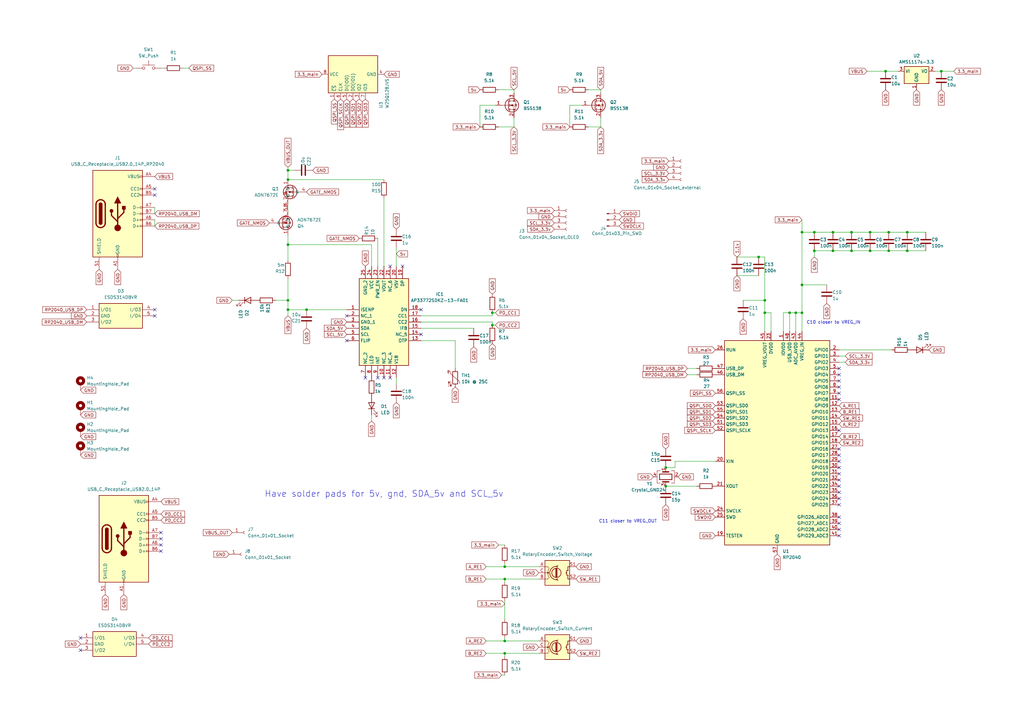
<source format=kicad_sch>
(kicad_sch (version 20231120) (generator "eeschema") (generator_version "8.0")
  (paper "A3")
  (lib_symbols
    (symbol "AON7262E_1"
      (property "Reference" "Q4" (at 5.08 -1.2701 0))
      (property "Value" "AON7672E" (at 5.08 1.2699 0))
      (symbol "AON7262E_1_1_1"
        (pin passive line (at 1.27 -5.08 90) (length 2.54) (name "S") (number "1"))
        (pin input line (at -6.35 0 0) (length 2.54) (name "G") (number "4"))
        (pin passive line (at 1.27 5.08 270) (length 2.54) (name "D") (number "5_6_7_8"))
      )
    )
    (symbol "Connector:Conn_01x01_Socket" (pin_names (offset 1.016) hide)
      (property "Reference" "J" (at 0 2.54 0))
      (property "Value" "Conn_01x01_Socket" (at 0 -2.54 0))
      (symbol "Conn_01x01_Socket_1_1"
        (pin passive line (at -5.08 0 0) (length 3.81) (name "Pin_1") (number "1"))
      )
    )
    (symbol "Connector:Conn_01x03_Pin" (pin_names (offset 1.016) hide)
      (property "Reference" "J" (at 0 5.08 0))
      (property "Value" "Conn_01x03_Pin" (at 0 -5.08 0))
      (symbol "Conn_01x03_Pin_1_1"
        (pin passive line (at 5.08 2.54 180) (length 3.81) (name "Pin_1") (number "1"))
        (pin passive line (at 5.08 0 180) (length 3.81) (name "Pin_2") (number "2"))
        (pin passive line (at 5.08 -2.54 180) (length 3.81) (name "Pin_3") (number "3"))
      )
    )
    (symbol "Connector:Conn_01x04_Socket" (pin_names (offset 1.016) hide)
      (property "Reference" "J" (at 0 5.08 0))
      (property "Value" "Conn_01x04_Socket" (at 0 -7.62 0))
      (symbol "Conn_01x04_Socket_1_1"
        (pin passive line (at -5.08 2.54 0) (length 3.81) (name "Pin_1") (number "1"))
        (pin passive line (at -5.08 0 0) (length 3.81) (name "Pin_2") (number "2"))
        (pin passive line (at -5.08 -2.54 0) (length 3.81) (name "Pin_3") (number "3"))
        (pin passive line (at -5.08 -5.08 0) (length 3.81) (name "Pin_4") (number "4"))
      )
    )
    (symbol "Connector:USB_C_Receptacle_USB2.0_14P" (pin_names (offset 1.016))
      (property "Reference" "J" (at 0 22.225 0))
      (property "Value" "USB_C_Receptacle_USB2.0_14P" (at 0 19.685 0))
      (symbol "USB_C_Receptacle_USB2.0_14P_1_1"
        (pin passive line (at 0 -22.86 90) (length 5.08) (name "GND") (number "A1"))
        (pin passive line (at 0 -22.86 90) (length 5.08) hide (name "GND") (number "A12"))
        (pin passive line (at 15.24 15.24 180) (length 5.08) (name "VBUS") (number "A4"))
        (pin bidirectional line (at 15.24 10.16 180) (length 5.08) (name "CC1") (number "A5"))
        (pin bidirectional line (at 15.24 -2.54 180) (length 5.08) (name "D+") (number "A6"))
        (pin bidirectional line (at 15.24 2.54 180) (length 5.08) (name "D-") (number "A7"))
        (pin passive line (at 15.24 15.24 180) (length 5.08) hide (name "VBUS") (number "A9"))
        (pin passive line (at 0 -22.86 90) (length 5.08) hide (name "GND") (number "B1"))
        (pin passive line (at 0 -22.86 90) (length 5.08) hide (name "GND") (number "B12"))
        (pin passive line (at 15.24 15.24 180) (length 5.08) hide (name "VBUS") (number "B4"))
        (pin bidirectional line (at 15.24 7.62 180) (length 5.08) (name "CC2") (number "B5"))
        (pin bidirectional line (at 15.24 -5.08 180) (length 5.08) (name "D+") (number "B6"))
        (pin bidirectional line (at 15.24 0 180) (length 5.08) (name "D-") (number "B7"))
        (pin passive line (at 15.24 15.24 180) (length 5.08) hide (name "VBUS") (number "B9"))
        (pin passive line (at -7.62 -22.86 90) (length 5.08) (name "SHIELD") (number "S1"))
      )
    )
    (symbol "Device:C" (pin_numbers hide) (pin_names (offset 0.254))
      (property "Reference" "C" (at 0.635 2.54 0))
      (property "Value" "C" (at 0.635 -2.54 0))
      (symbol "C_1_1"
        (pin passive line (at 0 3.81 270) (length 2.794) (name "~") (number "1"))
        (pin passive line (at 0 -3.81 90) (length 2.794) (name "~") (number "2"))
      )
    )
    (symbol "Device:Crystal_GND24" (pin_names (offset 1.016) hide)
      (property "Reference" "Y" (at 3.175 5.08 0))
      (property "Value" "Crystal_GND24" (at 3.175 3.175 0))
      (symbol "Crystal_GND24_1_1"
        (pin passive line (at -3.81 0 0) (length 1.27) (name "1") (number "1"))
        (pin passive line (at 0 5.08 270) (length 1.27) (name "2") (number "2"))
        (pin passive line (at 3.81 0 180) (length 1.27) (name "3") (number "3"))
        (pin passive line (at 0 -5.08 90) (length 1.27) (name "4") (number "4"))
      )
    )
    (symbol "Device:LED" (pin_numbers hide) (pin_names (offset 1.016) hide)
      (property "Reference" "D" (at 0 2.54 0))
      (property "Value" "LED" (at 0 -2.54 0))
      (symbol "LED_1_1"
        (pin passive line (at -3.81 0 0) (length 2.54) (name "K") (number "1"))
        (pin passive line (at 3.81 0 180) (length 2.54) (name "A") (number "2"))
      )
    )
    (symbol "Device:R" (pin_numbers hide) (pin_names (offset 0))
      (property "Reference" "R" (at 2.032 0 90))
      (property "Value" "R" (at 0 0 90))
      (symbol "R_1_1"
        (pin passive line (at 0 3.81 270) (length 1.27) (name "~") (number "1"))
        (pin passive line (at 0 -3.81 90) (length 1.27) (name "~") (number "2"))
      )
    )
    (symbol "Device:RotaryEncoder_Switch" (pin_names (offset 0.254) hide)
      (property "Reference" "SW" (at 0 6.604 0))
      (property "Value" "RotaryEncoder_Switch" (at 0 -6.604 0))
      (symbol "RotaryEncoder_Switch_1_1"
        (pin passive line (at -7.62 2.54 0) (length 2.54) (name "A") (number "A"))
        (pin passive line (at -7.62 -2.54 0) (length 2.54) (name "B") (number "B"))
        (pin passive line (at -7.62 0 0) (length 2.54) (name "C") (number "C"))
        (pin passive line (at 7.62 2.54 180) (length 2.54) (name "S1") (number "S1"))
        (pin passive line (at 7.62 -2.54 180) (length 2.54) (name "S2") (number "S2"))
      )
    )
    (symbol "Device:Thermistor_NTC" (pin_numbers hide) (pin_names (offset 0))
      (property "Reference" "TH" (at -4.445 0 90))
      (property "Value" "Thermistor_NTC" (at 3.175 0 90))
      (symbol "Thermistor_NTC_1_1"
        (pin passive line (at 0 3.81 270) (length 1.27) (name "~") (number "1"))
        (pin passive line (at 0 -3.81 90) (length 1.27) (name "~") (number "2"))
      )
    )
    (symbol "Interface_USB:AP33772SDKZ-13-FA01"
      (property "Reference" "IC" (at 26.67 17.78 0))
      (property "Value" "AP33772SDKZ-13-FA01" (at 26.67 15.24 0))
      (symbol "AP33772SDKZ-13-FA01_1_1"
        (pin passive line (at 0 0 0) (length 5.08) (name "ISENP") (number "1"))
        (pin passive line (at 15.24 -27.94 90) (length 5.08) (name "NC_3") (number "10"))
        (pin passive line (at 17.78 -27.94 90) (length 5.08) (name "NC_4") (number "11"))
        (pin passive line (at 20.32 -27.94 90) (length 5.08) (name "V18") (number "12"))
        (pin passive line (at 30.48 -12.7 180) (length 5.08) (name "OTP") (number "13"))
        (pin passive line (at 30.48 -10.16 180) (length 5.08) (name "NC_5") (number "14"))
        (pin passive line (at 30.48 -7.62 180) (length 5.08) (name "IFB") (number "15"))
        (pin passive line (at 30.48 -5.08 180) (length 5.08) (name "CC2") (number "16"))
        (pin passive line (at 30.48 -2.54 180) (length 5.08) (name "CC1") (number "17"))
        (pin passive line (at 30.48 0 180) (length 5.08) (name "DN") (number "18"))
        (pin passive line (at 22.86 17.78 270) (length 5.08) (name "DP") (number "19"))
        (pin passive line (at 0 -2.54 0) (length 5.08) (name "NC_1") (number "2"))
        (pin passive line (at 20.32 17.78 270) (length 5.08) (name "V5V") (number "20"))
        (pin passive line (at 17.78 17.78 270) (length 5.08) (name "NC_6") (number "21"))
        (pin passive line (at 15.24 17.78 270) (length 5.08) (name "VOUT") (number "22"))
        (pin passive line (at 12.7 17.78 270) (length 5.08) (name "PWR_EN") (number "23"))
        (pin passive line (at 10.16 17.78 270) (length 5.08) (name "VCC") (number "24"))
        (pin passive line (at 7.62 17.78 270) (length 5.08) (name "GND_2") (number "25"))
        (pin passive line (at 0 -5.08 0) (length 5.08) (name "GND_1") (number "3"))
        (pin passive line (at 0 -7.62 0) (length 5.08) (name "SDA") (number "4"))
        (pin passive line (at 0 -10.16 0) (length 5.08) (name "SCL") (number "5"))
        (pin passive line (at 0 -12.7 0) (length 5.08) (name "FLIP") (number "6"))
        (pin passive line (at 7.62 -27.94 90) (length 5.08) (name "NC_2") (number "7"))
        (pin passive line (at 10.16 -27.94 90) (length 5.08) (name "LED") (number "8"))
        (pin passive line (at 12.7 -27.94 90) (length 5.08) (name "INT") (number "9"))
      )
    )
    (symbol "MCU_RaspberryPi:RP2040"
      (property "Reference" "U" (at 17.78 45.72 0))
      (property "Value" "RP2040" (at 17.78 43.18 0))
      (symbol "RP2040_1_1"
        (pin power_in line (at 2.54 45.72 270) (length 3.81) (name "IOVDD") (number "1"))
        (pin passive line (at 2.54 45.72 270) (length 3.81) hide (name "IOVDD") (number "10"))
        (pin bidirectional line (at 25.4 17.78 180) (length 3.81) (name "GPIO8") (number "11"))
        (pin bidirectional line (at 25.4 15.24 180) (length 3.81) (name "GPIO9") (number "12"))
        (pin bidirectional line (at 25.4 12.7 180) (length 3.81) (name "GPIO10") (number "13"))
        (pin bidirectional line (at 25.4 10.16 180) (length 3.81) (name "GPIO11") (number "14"))
        (pin bidirectional line (at 25.4 7.62 180) (length 3.81) (name "GPIO12") (number "15"))
        (pin bidirectional line (at 25.4 5.08 180) (length 3.81) (name "GPIO13") (number "16"))
        (pin bidirectional line (at 25.4 2.54 180) (length 3.81) (name "GPIO14") (number "17"))
        (pin bidirectional line (at 25.4 0 180) (length 3.81) (name "GPIO15") (number "18"))
        (pin input line (at -25.4 -38.1 0) (length 3.81) (name "TESTEN") (number "19"))
        (pin bidirectional line (at 25.4 38.1 180) (length 3.81) (name "GPIO0") (number "2"))
        (pin input line (at -25.4 -7.62 0) (length 3.81) (name "XIN") (number "20"))
        (pin passive line (at -25.4 -17.78 0) (length 3.81) (name "XOUT") (number "21"))
        (pin passive line (at 2.54 45.72 270) (length 3.81) hide (name "IOVDD") (number "22"))
        (pin power_in line (at -2.54 45.72 270) (length 3.81) (name "DVDD") (number "23"))
        (pin input line (at -25.4 -27.94 0) (length 3.81) (name "SWCLK") (number "24"))
        (pin bidirectional line (at -25.4 -30.48 0) (length 3.81) (name "SWD") (number "25"))
        (pin input line (at -25.4 38.1 0) (length 3.81) (name "RUN") (number "26"))
        (pin bidirectional line (at 25.4 -2.54 180) (length 3.81) (name "GPIO16") (number "27"))
        (pin bidirectional line (at 25.4 -5.08 180) (length 3.81) (name "GPIO17") (number "28"))
        (pin bidirectional line (at 25.4 -7.62 180) (length 3.81) (name "GPIO18") (number "29"))
        (pin bidirectional line (at 25.4 35.56 180) (length 3.81) (name "GPIO1") (number "3"))
        (pin bidirectional line (at 25.4 -10.16 180) (length 3.81) (name "GPIO19") (number "30"))
        (pin bidirectional line (at 25.4 -12.7 180) (length 3.81) (name "GPIO20") (number "31"))
        (pin bidirectional line (at 25.4 -15.24 180) (length 3.81) (name "GPIO21") (number "32"))
        (pin passive line (at 2.54 45.72 270) (length 3.81) hide (name "IOVDD") (number "33"))
        (pin bidirectional line (at 25.4 -17.78 180) (length 3.81) (name "GPIO22") (number "34"))
        (pin bidirectional line (at 25.4 -20.32 180) (length 3.81) (name "GPIO23") (number "35"))
        (pin bidirectional line (at 25.4 -22.86 180) (length 3.81) (name "GPIO24") (number "36"))
        (pin bidirectional line (at 25.4 -25.4 180) (length 3.81) (name "GPIO25") (number "37"))
        (pin bidirectional line (at 25.4 -30.48 180) (length 3.81) (name "GPIO26_ADC0") (number "38"))
        (pin bidirectional line (at 25.4 -33.02 180) (length 3.81) (name "GPIO27_ADC1") (number "39"))
        (pin bidirectional line (at 25.4 33.02 180) (length 3.81) (name "GPIO2") (number "4"))
        (pin bidirectional line (at 25.4 -35.56 180) (length 3.81) (name "GPIO28_ADC2") (number "40"))
        (pin bidirectional line (at 25.4 -38.1 180) (length 3.81) (name "GPIO29_ADC3") (number "41"))
        (pin passive line (at 2.54 45.72 270) (length 3.81) hide (name "IOVDD") (number "42"))
        (pin power_in line (at 7.62 45.72 270) (length 3.81) (name "ADC_AVDD") (number "43"))
        (pin power_in line (at 10.16 45.72 270) (length 3.81) (name "VREG_IN") (number "44"))
        (pin power_out line (at -5.08 45.72 270) (length 3.81) (name "VREG_VOUT") (number "45"))
        (pin bidirectional line (at -25.4 27.94 0) (length 3.81) (name "USB_DM") (number "46"))
        (pin bidirectional line (at -25.4 30.48 0) (length 3.81) (name "USB_DP") (number "47"))
        (pin power_in line (at 5.08 45.72 270) (length 3.81) (name "USB_VDD") (number "48"))
        (pin passive line (at 2.54 45.72 270) (length 3.81) hide (name "IOVDD") (number "49"))
        (pin bidirectional line (at 25.4 30.48 180) (length 3.81) (name "GPIO3") (number "5"))
        (pin passive line (at -2.54 45.72 270) (length 3.81) hide (name "DVDD") (number "50"))
        (pin bidirectional line (at -25.4 7.62 0) (length 3.81) (name "QSPI_SD3") (number "51"))
        (pin output line (at -25.4 5.08 0) (length 3.81) (name "QSPI_SCLK") (number "52"))
        (pin bidirectional line (at -25.4 15.24 0) (length 3.81) (name "QSPI_SD0") (number "53"))
        (pin bidirectional line (at -25.4 10.16 0) (length 3.81) (name "QSPI_SD2") (number "54"))
        (pin bidirectional line (at -25.4 12.7 0) (length 3.81) (name "QSPI_SD1") (number "55"))
        (pin bidirectional line (at -25.4 20.32 0) (length 3.81) (name "QSPI_SS") (number "56"))
        (pin power_in line (at 0 -45.72 90) (length 3.81) (name "GND") (number "57"))
        (pin bidirectional line (at 25.4 27.94 180) (length 3.81) (name "GPIO4") (number "6"))
        (pin bidirectional line (at 25.4 25.4 180) (length 3.81) (name "GPIO5") (number "7"))
        (pin bidirectional line (at 25.4 22.86 180) (length 3.81) (name "GPIO6") (number "8"))
        (pin bidirectional line (at 25.4 20.32 180) (length 3.81) (name "GPIO7") (number "9"))
      )
    )
    (symbol "Mechanical:MountingHole_Pad" (pin_numbers hide) (pin_names (offset 1.016) hide) (exclude_from_sim yes) (in_bom no)
      (property "Reference" "H" (at 0 6.35 0))
      (property "Value" "MountingHole_Pad" (at 0 4.445 0))
      (symbol "MountingHole_Pad_1_1"
        (pin input line (at 0 -2.54 90) (length 2.54) (name "1") (number "1"))
      )
    )
    (symbol "Memory_Flash:W25Q128JVS"
      (property "Reference" "U" (at -6.35 11.43 0))
      (property "Value" "W25Q128JVS" (at 7.62 11.43 0))
      (symbol "W25Q128JVS_1_1"
        (pin input line (at -10.16 7.62 0) (length 2.54) (name "~{CS}") (number "1"))
        (pin bidirectional line (at -10.16 0 0) (length 2.54) (name "DO(IO1)") (number "2"))
        (pin bidirectional line (at -10.16 -2.54 0) (length 2.54) (name "IO2") (number "3"))
        (pin power_in line (at 0 -12.7 90) (length 2.54) (name "GND") (number "4"))
        (pin bidirectional line (at -10.16 2.54 0) (length 2.54) (name "DI(IO0)") (number "5"))
        (pin input line (at -10.16 5.08 0) (length 2.54) (name "CLK") (number "6"))
        (pin bidirectional line (at -10.16 -5.08 0) (length 2.54) (name "IO3") (number "7"))
        (pin power_in line (at 0 12.7 270) (length 2.54) (name "VCC") (number "8"))
      )
    )
    (symbol "Power_Protection:ESDS314DBVR"
      (property "Reference" "D" (at 24.13 7.62 0))
      (property "Value" "ESDS314DBVR" (at 24.13 5.08 0))
      (symbol "ESDS314DBVR_1_1"
        (pin passive line (at 0 0 0) (length 5.08) (name "I/O1") (number "1"))
        (pin passive line (at 0 -2.54 0) (length 5.08) (name "GND") (number "2"))
        (pin passive line (at 0 -5.08 0) (length 5.08) (name "I/O2") (number "3"))
        (pin passive line (at 27.94 0 180) (length 5.08) (name "I/O3") (number "4"))
        (pin passive line (at 27.94 -2.54 180) (length 5.08) (name "I/O4") (number "5"))
      )
    )
    (symbol "Regulator_Linear:AMS1117-3.3"
      (property "Reference" "U" (at -3.81 3.175 0))
      (property "Value" "AMS1117-3.3" (at 0 3.175 0))
      (symbol "AMS1117-3.3_1_1"
        (pin power_in line (at 0 -7.62 90) (length 2.54) (name "GND") (number "1"))
        (pin power_out line (at 7.62 0 180) (length 2.54) (name "VO") (number "2"))
        (pin power_in line (at -7.62 0 0) (length 2.54) (name "VI") (number "3"))
      )
    )
    (symbol "Switch:SW_Push" (pin_numbers hide) (pin_names (offset 1.016) hide)
      (property "Reference" "SW" (at 1.27 2.54 0))
      (property "Value" "SW_Push" (at 0 -1.524 0))
      (symbol "SW_Push_0_1"
        (pin passive line (at -5.08 0 0) (length 2.54) (name "1") (number "1"))
        (pin passive line (at 5.08 0 180) (length 2.54) (name "2") (number "2"))
      )
    )
    (symbol "Transistor_FET:AON7262E"
      (property "Reference" "Q3" (at 5.08 -1.2701 0))
      (property "Value" "AON7672E" (at 5.08 1.2699 0))
      (symbol "AON7262E_1_1"
        (pin passive line (at 1.27 -5.08 90) (length 2.54) (name "S") (number "1"))
        (pin input line (at -6.35 0 0) (length 2.54) (name "G") (number "4"))
        (pin passive line (at 1.27 5.08 270) (length 2.54) (name "D") (number "5_6_7_8"))
      )
    )
    (symbol "Transistor_FET:BSS138" (pin_names hide)
      (property "Reference" "Q" (at 5.08 1.905 0))
      (property "Value" "BSS138" (at 5.08 0 0))
      (symbol "BSS138_1_1"
        (pin input line (at -5.08 0 0) (length 2.54) (name "G") (number "1"))
        (pin passive line (at 2.54 -5.08 90) (length 2.54) (name "S") (number "2"))
        (pin passive line (at 2.54 5.08 270) (length 2.54) (name "D") (number "3"))
      )
    )
  )
  (junction (at 356.87 102.87))
  (junction (at 118.11 127))
  (junction (at 364.49 102.87))
  (junction (at 313.69 123.19))
  (junction (at 334.01 102.87))
  (junction (at 118.11 100.33))
  (junction (at 356.87 95.25))
  (junction (at 349.25 102.87))
  (junction (at 313.69 128.27))
  (junction (at 386.08 29.21))
  (junction (at 273.05 191.77))
  (junction (at 207.01 237.49))
  (junction (at 118.11 73.66))
  (junction (at 372.11 102.87))
  (junction (at 311.15 105.41))
  (junction (at 207.01 232.41))
  (junction (at 363.22 29.21))
  (junction (at 372.11 95.25))
  (junction (at 341.63 102.87))
  (junction (at 125.73 127))
  (junction (at 341.63 95.25))
  (junction (at 323.85 128.27))
  (junction (at 328.93 95.25))
  (junction (at 328.93 128.27))
  (junction (at 328.93 116.84))
  (junction (at 334.01 95.25))
  (junction (at 118.11 123.19))
  (junction (at 326.39 128.27))
  (junction (at 364.49 95.25))
  (junction (at 273.05 199.39))
  (junction (at 207.01 262.89))
  (junction (at 207.01 267.97))
  (junction (at 201.93 128.27))
  (junction (at 118.11 69.85))
  (junction (at 201.93 133.35))
  (junction (at 349.25 95.25))
  (no_connect (at 172.72 137.16))
  (no_connect (at 344.17 201.93))
  (no_connect (at 344.17 153.67))
  (no_connect (at 172.72 127))
  (no_connect (at 344.17 194.31))
  (no_connect (at 33.02 261.62))
  (no_connect (at 344.17 156.21))
  (no_connect (at 157.48 154.94))
  (no_connect (at 344.17 212.09))
  (no_connect (at 344.17 217.17))
  (no_connect (at 344.17 196.85))
  (no_connect (at 344.17 184.15))
  (no_connect (at 66.04 226.06))
  (no_connect (at 344.17 199.39))
  (no_connect (at 142.24 129.54))
  (no_connect (at 344.17 214.63))
  (no_connect (at 66.04 223.52))
  (no_connect (at 344.17 207.01))
  (no_connect (at 154.94 154.94))
  (no_connect (at 160.02 154.94))
  (no_connect (at 344.17 151.13))
  (no_connect (at 63.5 129.54))
  (no_connect (at 142.24 139.7))
  (no_connect (at 344.17 219.71))
  (no_connect (at 149.86 154.94))
  (no_connect (at 165.1 109.22))
  (no_connect (at 344.17 204.47))
  (no_connect (at 344.17 158.75))
  (no_connect (at 344.17 163.83))
  (no_connect (at 344.17 161.29))
  (no_connect (at 344.17 176.53))
  (no_connect (at 63.5 127))
  (no_connect (at 63.5 77.47))
  (no_connect (at 344.17 191.77))
  (no_connect (at 63.5 80.01))
  (no_connect (at 66.04 220.98))
  (no_connect (at 344.17 186.69))
  (no_connect (at 344.17 189.23))
  (no_connect (at 66.04 218.44))
  (no_connect (at 33.02 266.7))
  (no_connect (at 160.02 109.22))
  (wire (pts (xy 63.5 90.17) (xy 63.5 92.71)))
  (wire (pts (xy 118.11 100.33) (xy 118.11 106.68)))
  (wire (pts (xy 313.69 123.19) (xy 313.69 128.27)))
  (wire (pts (xy 201.93 128.27) (xy 201.93 129.54)))
  (wire (pts (xy 207.01 261.62) (xy 207.01 262.89)))
  (wire (pts (xy 207.01 231.14) (xy 207.01 232.41)))
  (wire (pts (xy 152.4 100.33) (xy 118.11 100.33)))
  (wire (pts (xy 356.87 102.87) (xy 364.49 102.87)))
  (wire (pts (xy 199.39 267.97) (xy 207.01 267.97)))
  (wire (pts (xy 363.22 29.21) (xy 368.3 29.21)))
  (wire (pts (xy 199.39 232.41) (xy 207.01 232.41)))
  (wire (pts (xy 328.93 116.84) (xy 339.09 116.84)))
  (wire (pts (xy 364.49 95.25) (xy 372.11 95.25)))
  (wire (pts (xy 118.11 114.3) (xy 118.11 123.19)))
  (wire (pts (xy 273.05 199.39) (xy 285.75 199.39)))
  (wire (pts (xy 323.85 128.27) (xy 323.85 135.89)))
  (wire (pts (xy 172.72 139.7) (xy 186.69 139.7)))
  (wire (pts (xy 281.94 153.67) (xy 285.75 153.67)))
  (wire (pts (xy 281.94 151.13) (xy 285.75 151.13)))
  (wire (pts (xy 364.49 102.87) (xy 372.11 102.87)))
  (wire (pts (xy 172.72 134.62) (xy 194.31 134.62)))
  (wire (pts (xy 276.86 189.23) (xy 276.86 191.77)))
  (wire (pts (xy 204.47 36.83) (xy 210.82 36.83)))
  (wire (pts (xy 118.11 69.85) (xy 120.65 69.85)))
  (wire (pts (xy 152.4 170.18) (xy 152.4 172.72)))
  (wire (pts (xy 157.48 81.28) (xy 157.48 109.22)))
  (wire (pts (xy 276.86 191.77) (xy 273.05 191.77)))
  (wire (pts (xy 201.93 133.35) (xy 203.2 133.35)))
  (wire (pts (xy 326.39 128.27) (xy 328.93 128.27)))
  (wire (pts (xy 246.38 36.83) (xy 246.38 38.1)))
  (wire (pts (xy 302.26 113.03) (xy 311.15 113.03)))
  (wire (pts (xy 346.71 146.05) (xy 344.17 146.05)))
  (wire (pts (xy 391.16 29.21) (xy 386.08 29.21)))
  (wire (pts (xy 293.37 189.23) (xy 276.86 189.23)))
  (wire (pts (xy 199.39 262.89) (xy 207.01 262.89)))
  (wire (pts (xy 207.01 267.97) (xy 220.98 267.97)))
  (wire (pts (xy 205.74 276.86) (xy 207.01 276.86)))
  (wire (pts (xy 207.01 246.38) (xy 207.01 254)))
  (wire (pts (xy 118.11 123.19) (xy 118.11 127)))
  (wire (pts (xy 204.47 223.52) (xy 207.01 223.52)))
  (wire (pts (xy 328.93 90.17) (xy 328.93 95.25)))
  (wire (pts (xy 349.25 102.87) (xy 356.87 102.87)))
  (wire (pts (xy 311.15 105.41) (xy 313.69 105.41)))
  (wire (pts (xy 386.08 29.21) (xy 383.54 29.21)))
  (wire (pts (xy 316.23 128.27) (xy 316.23 135.89)))
  (wire (pts (xy 344.17 143.51) (xy 365.76 143.51)))
  (wire (pts (xy 95.25 123.19) (xy 97.79 123.19)))
  (wire (pts (xy 246.38 48.26) (xy 246.38 52.07)))
  (wire (pts (xy 313.69 135.89) (xy 313.69 128.27)))
  (wire (pts (xy 54.61 27.94) (xy 55.88 27.94)))
  (wire (pts (xy 118.11 83.82) (xy 118.11 86.36)))
  (wire (pts (xy 201.93 133.35) (xy 201.93 132.08)))
  (wire (pts (xy 328.93 116.84) (xy 328.93 95.25)))
  (wire (pts (xy 233.68 43.18) (xy 233.68 52.07)))
  (wire (pts (xy 204.47 52.07) (xy 210.82 52.07)))
  (wire (pts (xy 328.93 128.27) (xy 328.93 116.84)))
  (wire (pts (xy 201.93 129.54) (xy 172.72 129.54)))
  (wire (pts (xy 334.01 95.25) (xy 341.63 95.25)))
  (wire (pts (xy 118.11 127) (xy 118.11 129.54)))
  (wire (pts (xy 207.01 262.89) (xy 220.98 262.89)))
  (wire (pts (xy 152.4 109.22) (xy 152.4 100.33)))
  (wire (pts (xy 372.11 102.87) (xy 379.73 102.87)))
  (wire (pts (xy 238.76 43.18) (xy 233.68 43.18)))
  (wire (pts (xy 67.31 27.94) (xy 66.04 27.94)))
  (wire (pts (xy 186.69 139.7) (xy 186.69 151.13)))
  (wire (pts (xy 313.69 128.27) (xy 316.23 128.27)))
  (wire (pts (xy 241.3 52.07) (xy 246.38 52.07)))
  (wire (pts (xy 196.85 43.18) (xy 196.85 52.07)))
  (wire (pts (xy 241.3 36.83) (xy 246.38 36.83)))
  (wire (pts (xy 302.26 105.41) (xy 311.15 105.41)))
  (wire (pts (xy 118.11 96.52) (xy 118.11 100.33)))
  (wire (pts (xy 210.82 48.26) (xy 210.82 52.07)))
  (wire (pts (xy 326.39 128.27) (xy 323.85 128.27)))
  (wire (pts (xy 162.56 154.94) (xy 162.56 157.48)))
  (wire (pts (xy 63.5 85.09) (xy 63.5 87.63)))
  (wire (pts (xy 201.93 132.08) (xy 172.72 132.08)))
  (wire (pts (xy 346.71 148.59) (xy 344.17 148.59)))
  (wire (pts (xy 326.39 128.27) (xy 326.39 135.89)))
  (wire (pts (xy 321.31 128.27) (xy 323.85 128.27)))
  (wire (pts (xy 328.93 95.25) (xy 334.01 95.25)))
  (wire (pts (xy 162.56 101.6) (xy 162.56 109.22)))
  (wire (pts (xy 118.11 127) (xy 125.73 127)))
  (wire (pts (xy 207.01 267.97) (xy 207.01 269.24)))
  (wire (pts (xy 157.48 73.66) (xy 118.11 73.66)))
  (wire (pts (xy 199.39 237.49) (xy 207.01 237.49)))
  (wire (pts (xy 203.2 43.18) (xy 196.85 43.18)))
  (wire (pts (xy 313.69 105.41) (xy 313.69 123.19)))
  (wire (pts (xy 355.6 29.21) (xy 363.22 29.21)))
  (wire (pts (xy 349.25 95.25) (xy 356.87 95.25)))
  (wire (pts (xy 118.11 68.58) (xy 118.11 69.85)))
  (wire (pts (xy 341.63 95.25) (xy 349.25 95.25)))
  (wire (pts (xy 125.73 127) (xy 142.24 127)))
  (wire (pts (xy 372.11 95.25) (xy 379.73 95.25)))
  (wire (pts (xy 210.82 36.83) (xy 210.82 38.1)))
  (wire (pts (xy 207.01 232.41) (xy 220.98 232.41)))
  (wire (pts (xy 77.47 27.94) (xy 74.93 27.94)))
  (wire (pts (xy 341.63 102.87) (xy 349.25 102.87)))
  (wire (pts (xy 334.01 102.87) (xy 341.63 102.87)))
  (wire (pts (xy 334.01 102.87) (xy 334.01 105.41)))
  (wire (pts (xy 328.93 128.27) (xy 328.93 135.89)))
  (wire (pts (xy 321.31 135.89) (xy 321.31 128.27)))
  (wire (pts (xy 304.8 123.19) (xy 313.69 123.19)))
  (wire (pts (xy 118.11 69.85) (xy 118.11 73.66)))
  (wire (pts (xy 356.87 95.25) (xy 364.49 95.25)))
  (wire (pts (xy 154.94 97.79) (xy 154.94 109.22)))
  (wire (pts (xy 203.2 128.27) (xy 201.93 128.27)))
  (wire (pts (xy 207.01 237.49) (xy 207.01 238.76)))
  (wire (pts (xy 207.01 237.49) (xy 220.98 237.49)))
  (wire (pts (xy 113.03 123.19) (xy 118.11 123.19)))
  (text "C10 closer to VREG_IN\n" (at 341.884 132.334 0) (effects (font (size 1.27 1.27))))
  (text "Have solder pads for 5v, gnd, SDA_5v and SCL_5v\n" (at 157.48 202.692 0) (effects (font (size 2.54 2.54))))
  (text "C11 closer to VREG_OUT\n\n" (at 257.556 214.884 0) (effects (font (size 1.27 1.27))))
  (global_label "3.3_main" (shape input) (at 204.47 223.52 180) (property "Intersheetrefs" "${INTERSHEET_REFS}" (effects (hide yes))))
  (global_label "QSPI_SD3" (shape input) (at 293.37 173.99 180) (property "Intersheetrefs" "${INTERSHEET_REFS}" (effects (hide yes))))
  (global_label "B_RE1" (shape input) (at 344.17 168.91 0) (property "Intersheetrefs" "${INTERSHEET_REFS}" (effects (hide yes))))
  (global_label "RP2040_USB_DM" (shape input) (at 281.94 153.67 180) (property "Intersheetrefs" "${INTERSHEET_REFS}" (effects (hide yes))))
  (global_label "SCL_5V" (shape input) (at 142.24 137.16 180) (property "Intersheetrefs" "${INTERSHEET_REFS}" (effects (hide yes))))
  (global_label "3.3_main" (shape input) (at 227.33 86.36 180) (property "Intersheetrefs" "${INTERSHEET_REFS}" (effects (hide yes))))
  (global_label "GND" (shape input) (at 273.05 184.15 90) (property "Intersheetrefs" "${INTERSHEET_REFS}" (effects (hide yes))))
  (global_label "GND" (shape input) (at 43.18 243.84 270) (property "Intersheetrefs" "${INTERSHEET_REFS}" (effects (hide yes))))
  (global_label "3.3_main" (shape input) (at 274.32 66.04 180) (property "Intersheetrefs" "${INTERSHEET_REFS}" (effects (hide yes))))
  (global_label "SDA_5V" (shape input) (at 142.24 134.62 180) (property "Intersheetrefs" "${INTERSHEET_REFS}" (effects (hide yes))))
  (global_label "SW_RE1" (shape input) (at 236.22 237.49 0) (property "Intersheetrefs" "${INTERSHEET_REFS}" (effects (hide yes))))
  (global_label "GND" (shape input) (at 201.93 140.97 270) (property "Intersheetrefs" "${INTERSHEET_REFS}" (effects (hide yes))))
  (global_label "GND" (shape input) (at 95.25 123.19 180) (property "Intersheetrefs" "${INTERSHEET_REFS}" (effects (hide yes))))
  (global_label "GND" (shape input) (at 274.32 68.58 180) (property "Intersheetrefs" "${INTERSHEET_REFS}" (effects (hide yes))))
  (global_label "RP2040_USB_DP" (shape input) (at 35.56 127 180) (property "Intersheetrefs" "${INTERSHEET_REFS}" (effects (hide yes))))
  (global_label "A_RE1" (shape input) (at 199.39 232.41 180) (property "Intersheetrefs" "${INTERSHEET_REFS}" (effects (hide yes))))
  (global_label "GATE_NMOS" (shape input) (at 125.73 78.74 0) (property "Intersheetrefs" "${INTERSHEET_REFS}" (effects (hide yes))))
  (global_label "GND" (shape input) (at 125.73 134.62 270) (property "Intersheetrefs" "${INTERSHEET_REFS}" (effects (hide yes))))
  (global_label "GATE_NMOS" (shape input) (at 147.32 97.79 180) (property "Intersheetrefs" "${INTERSHEET_REFS}" (effects (hide yes))))
  (global_label "GND" (shape input) (at 33.02 160.02 0) (property "Intersheetrefs" "${INTERSHEET_REFS}" (effects (hide yes))))
  (global_label "GND" (shape input) (at 128.27 69.85 0) (property "Intersheetrefs" "${INTERSHEET_REFS}" (effects (hide yes))))
  (global_label "QSPI_SD2" (shape input) (at 293.37 171.45 180) (property "Intersheetrefs" "${INTERSHEET_REFS}" (effects (hide yes))))
  (global_label "SDA_3.3v" (shape input) (at 274.32 73.66 180) (property "Intersheetrefs" "${INTERSHEET_REFS}" (effects (hide yes))))
  (global_label "GND" (shape input) (at 302.26 113.03 270) (property "Intersheetrefs" "${INTERSHEET_REFS}" (effects (hide yes))))
  (global_label "GND" (shape input) (at 273.05 207.01 270) (property "Intersheetrefs" "${INTERSHEET_REFS}" (effects (hide yes))))
  (global_label "QSPI_SCLK" (shape input) (at 293.37 176.53 180) (property "Intersheetrefs" "${INTERSHEET_REFS}" (effects (hide yes))))
  (global_label "GND" (shape input) (at 186.69 158.75 270) (property "Intersheetrefs" "${INTERSHEET_REFS}" (effects (hide yes))))
  (global_label "GND" (shape input) (at 149.86 109.22 90) (property "Intersheetrefs" "${INTERSHEET_REFS}" (effects (hide yes))))
  (global_label "3.3_main" (shape input) (at 196.85 52.07 180) (property "Intersheetrefs" "${INTERSHEET_REFS}" (effects (hide yes))))
  (global_label "GND" (shape input) (at 194.31 142.24 270) (property "Intersheetrefs" "${INTERSHEET_REFS}" (effects (hide yes))))
  (global_label "QSPI_SCLK" (shape input) (at 139.7 40.64 270) (property "Intersheetrefs" "${INTERSHEET_REFS}" (effects (hide yes))))
  (global_label "QSPI_SD3" (shape input) (at 149.86 40.64 270) (property "Intersheetrefs" "${INTERSHEET_REFS}" (effects (hide yes))))
  (global_label "5v" (shape input) (at 162.56 104.14 0) (property "Intersheetrefs" "${INTERSHEET_REFS}" (effects (hide yes))))
  (global_label "VBUS" (shape input) (at 355.6 29.21 180) (property "Intersheetrefs" "${INTERSHEET_REFS}" (effects (hide yes))))
  (global_label "SDA_3.3v" (shape input) (at 346.71 148.59 0) (property "Intersheetrefs" "${INTERSHEET_REFS}" (effects (hide yes))))
  (global_label "5v" (shape input) (at 196.85 36.83 180) (property "Intersheetrefs" "${INTERSHEET_REFS}" (effects (hide yes))))
  (global_label "GND" (shape input) (at 50.8 243.84 270) (property "Intersheetrefs" "${INTERSHEET_REFS}" (effects (hide yes))))
  (global_label "3.3_main" (shape input) (at 132.08 30.48 180) (property "Intersheetrefs" "${INTERSHEET_REFS}" (effects (hide yes))))
  (global_label "GND" (shape input) (at 227.33 88.9 180) (property "Intersheetrefs" "${INTERSHEET_REFS}" (effects (hide yes))))
  (global_label "PD_CC1" (shape input) (at 203.2 128.27 0) (property "Intersheetrefs" "${INTERSHEET_REFS}" (effects (hide yes))))
  (global_label "SCL_3.3V" (shape input) (at 210.82 52.07 270) (property "Intersheetrefs" "${INTERSHEET_REFS}" (effects (hide yes))))
  (global_label "GND" (shape input) (at 375.92 36.83 270) (property "Intersheetrefs" "${INTERSHEET_REFS}" (effects (hide yes))))
  (global_label "B_RE2" (shape input) (at 199.39 267.97 180) (property "Intersheetrefs" "${INTERSHEET_REFS}" (effects (hide yes))))
  (global_label "GND" (shape input) (at 278.13 195.58 0) (property "Intersheetrefs" "${INTERSHEET_REFS}" (effects (hide yes))))
  (global_label "GND" (shape input) (at 93.98 227.33 180) (property "Intersheetrefs" "${INTERSHEET_REFS}" (effects (hide yes))))
  (global_label "5v" (shape input) (at 233.68 36.83 180) (property "Intersheetrefs" "${INTERSHEET_REFS}" (effects (hide yes))))
  (global_label "GND" (shape input) (at 339.09 124.46 270) (property "Intersheetrefs" "${INTERSHEET_REFS}" (effects (hide yes))))
  (global_label "QSPI_SD0" (shape input) (at 293.37 166.37 180) (property "Intersheetrefs" "${INTERSHEET_REFS}" (effects (hide yes))))
  (global_label "GND" (shape input) (at 33.02 186.69 0) (property "Intersheetrefs" "${INTERSHEET_REFS}" (effects (hide yes))))
  (global_label "B_RE2" (shape input) (at 344.17 179.07 0) (property "Intersheetrefs" "${INTERSHEET_REFS}" (effects (hide yes))))
  (global_label "SWDIO" (shape input) (at 293.37 212.09 180) (property "Intersheetrefs" "${INTERSHEET_REFS}" (effects (hide yes))))
  (global_label "SCL_3.3V" (shape input) (at 227.33 91.44 180) (property "Intersheetrefs" "${INTERSHEET_REFS}" (effects (hide yes))))
  (global_label "VBUS_OUT" (shape input) (at 118.11 68.58 90) (property "Intersheetrefs" "${INTERSHEET_REFS}" (effects (hide yes))))
  (global_label "QSPI_SD0" (shape input) (at 142.24 40.64 270) (property "Intersheetrefs" "${INTERSHEET_REFS}" (effects (hide yes))))
  (global_label "RP2040_USB_DP" (shape input) (at 281.94 151.13 180) (property "Intersheetrefs" "${INTERSHEET_REFS}" (effects (hide yes))))
  (global_label "GND" (shape input) (at 381 143.51 0) (property "Intersheetrefs" "${INTERSHEET_REFS}" (effects (hide yes))))
  (global_label "GND" (shape input) (at 386.08 36.83 270) (property "Intersheetrefs" "${INTERSHEET_REFS}" (effects (hide yes))))
  (global_label "QSPI_SD1" (shape input) (at 293.37 168.91 180) (property "Intersheetrefs" "${INTERSHEET_REFS}" (effects (hide yes))))
  (global_label "GND" (shape input) (at 220.98 234.95 180) (property "Intersheetrefs" "${INTERSHEET_REFS}" (effects (hide yes))))
  (global_label "VBUS" (shape input) (at 118.11 129.54 270) (property "Intersheetrefs" "${INTERSHEET_REFS}" (effects (hide yes))))
  (global_label "A_RE2" (shape input) (at 344.17 173.99 0) (property "Intersheetrefs" "${INTERSHEET_REFS}" (effects (hide yes))))
  (global_label "1.1v" (shape input) (at 302.26 105.41 90) (property "Intersheetrefs" "${INTERSHEET_REFS}" (effects (hide yes))))
  (global_label "SCL_3.3V" (shape input) (at 346.71 146.05 0) (property "Intersheetrefs" "${INTERSHEET_REFS}" (effects (hide yes))))
  (global_label "GND" (shape input) (at 54.61 27.94 180) (property "Intersheetrefs" "${INTERSHEET_REFS}" (effects (hide yes))))
  (global_label "SWDIO" (shape input) (at 254 87.63 0) (property "Intersheetrefs" "${INTERSHEET_REFS}" (effects (hide yes))))
  (global_label "GND" (shape input) (at 162.56 93.98 90) (property "Intersheetrefs" "${INTERSHEET_REFS}" (effects (hide yes))))
  (global_label "GND" (shape input) (at 33.02 264.16 180) (property "Intersheetrefs" "${INTERSHEET_REFS}" (effects (hide yes))))
  (global_label "SDA_3.3v" (shape input) (at 246.38 52.07 270) (property "Intersheetrefs" "${INTERSHEET_REFS}" (effects (hide yes))))
  (global_label "GND" (shape input) (at 162.56 165.1 270) (property "Intersheetrefs" "${INTERSHEET_REFS}" (effects (hide yes))))
  (global_label "3.3_main" (shape input) (at 233.68 52.07 180) (property "Intersheetrefs" "${INTERSHEET_REFS}" (effects (hide yes))))
  (global_label "3.3_main" (shape input) (at 207.01 247.65 180) (property "Intersheetrefs" "${INTERSHEET_REFS}" (effects (hide yes))))
  (global_label "A_RE2" (shape input) (at 199.39 262.89 180) (property "Intersheetrefs" "${INTERSHEET_REFS}" (effects (hide yes))))
  (global_label "PD_CC2" (shape input) (at 66.04 213.36 0) (property "Intersheetrefs" "${INTERSHEET_REFS}" (effects (hide yes))))
  (global_label "GND" (shape input) (at 236.22 232.41 0) (property "Intersheetrefs" "${INTERSHEET_REFS}" (effects (hide yes))))
  (global_label "QSPI_SS" (shape input) (at 293.37 161.29 180) (property "Intersheetrefs" "${INTERSHEET_REFS}" (effects (hide yes))))
  (global_label "GND" (shape input) (at 220.98 265.43 180) (property "Intersheetrefs" "${INTERSHEET_REFS}" (effects (hide yes))))
  (global_label "PD_CC1" (shape input) (at 60.96 261.62 0) (property "Intersheetrefs" "${INTERSHEET_REFS}" (effects (hide yes))))
  (global_label "SW_RE2" (shape input) (at 344.17 181.61 0) (property "Intersheetrefs" "${INTERSHEET_REFS}" (effects (hide yes))))
  (global_label "SW_RE2" (shape input) (at 236.22 267.97 0) (property "Intersheetrefs" "${INTERSHEET_REFS}" (effects (hide yes))))
  (global_label "GATE_NMOS" (shape input) (at 110.49 91.44 180) (property "Intersheetrefs" "${INTERSHEET_REFS}" (effects (hide yes))))
  (global_label "GND" (shape input) (at 48.26 110.49 270) (property "Intersheetrefs" "${INTERSHEET_REFS}" (effects (hide yes))))
  (global_label "QSPI_SS" (shape input) (at 137.16 40.64 270) (property "Intersheetrefs" "${INTERSHEET_REFS}" (effects (hide yes))))
  (global_label "3.3_main" (shape input) (at 205.74 276.86 180) (property "Intersheetrefs" "${INTERSHEET_REFS}" (effects (hide yes))))
  (global_label "SW_RE1" (shape input) (at 344.17 171.45 0) (property "Intersheetrefs" "${INTERSHEET_REFS}" (effects (hide yes))))
  (global_label "GND" (shape input) (at 157.48 30.48 0) (property "Intersheetrefs" "${INTERSHEET_REFS}" (effects (hide yes))))
  (global_label "GND" (shape input) (at 304.8 130.81 270) (property "Intersheetrefs" "${INTERSHEET_REFS}" (effects (hide yes))))
  (global_label "GND" (shape input) (at 40.64 110.49 270) (property "Intersheetrefs" "${INTERSHEET_REFS}" (effects (hide yes))))
  (global_label "VBUS" (shape input) (at 63.5 72.39 0) (property "Intersheetrefs" "${INTERSHEET_REFS}" (effects (hide yes))))
  (global_label "GND" (shape input) (at 152.4 172.72 270) (property "Intersheetrefs" "${INTERSHEET_REFS}" (effects (hide yes))))
  (global_label "GND" (shape input) (at 35.56 129.54 180) (property "Intersheetrefs" "${INTERSHEET_REFS}" (effects (hide yes))))
  (global_label "3.3_main" (shape input) (at 391.16 29.21 0) (property "Intersheetrefs" "${INTERSHEET_REFS}" (effects (hide yes))))
  (global_label "PD_CC2" (shape input) (at 203.2 133.35 0) (property "Intersheetrefs" "${INTERSHEET_REFS}" (effects (hide yes))))
  (global_label "RP2040_USB_DP" (shape input) (at 63.5 92.71 0) (property "Intersheetrefs" "${INTERSHEET_REFS}" (effects (hide yes))))
  (global_label "GND" (shape input) (at 334.01 105.41 270) (property "Intersheetrefs" "${INTERSHEET_REFS}" (effects (hide yes))))
  (global_label "GND" (shape input) (at 267.97 195.58 180) (property "Intersheetrefs" "${INTERSHEET_REFS}" (effects (hide yes))))
  (global_label "SWDCLK" (shape input) (at 254 92.71 0) (property "Intersheetrefs" "${INTERSHEET_REFS}" (effects (hide yes))))
  (global_label "GND" (shape input) (at 254 90.17 0) (property "Intersheetrefs" "${INTERSHEET_REFS}" (effects (hide yes))))
  (global_label "QSPI_SD2" (shape input) (at 147.32 40.64 270) (property "Intersheetrefs" "${INTERSHEET_REFS}" (effects (hide yes))))
  (global_label "SCL_5V" (shape input) (at 210.82 36.83 90) (property "Intersheetrefs" "${INTERSHEET_REFS}" (effects (hide yes))))
  (global_label "PD_CC1" (shape input) (at 66.04 210.82 0) (property "Intersheetrefs" "${INTERSHEET_REFS}" (effects (hide yes))))
  (global_label "PD_CC2" (shape input) (at 60.96 264.16 0) (property "Intersheetrefs" "${INTERSHEET_REFS}" (effects (hide yes))))
  (global_label "3.3_main" (shape input) (at 328.93 90.17 180) (property "Intersheetrefs" "${INTERSHEET_REFS}" (effects (hide yes))))
  (global_label "B_RE1" (shape input) (at 199.39 237.49 180) (property "Intersheetrefs" "${INTERSHEET_REFS}" (effects (hide yes))))
  (global_label "GND" (shape input) (at 318.77 227.33 270) (property "Intersheetrefs" "${INTERSHEET_REFS}" (effects (hide yes))))
  (global_label "GND" (shape input) (at 142.24 132.08 180) (property "Intersheetrefs" "${INTERSHEET_REFS}" (effects (hide yes))))
  (global_label "GND" (shape input) (at 363.22 36.83 270) (property "Intersheetrefs" "${INTERSHEET_REFS}" (effects (hide yes))))
  (global_label "GND" (shape input) (at 33.02 179.07 0) (property "Intersheetrefs" "${INTERSHEET_REFS}" (effects (hide yes))))
  (global_label "SWDCLK" (shape input) (at 293.37 209.55 180) (property "Intersheetrefs" "${INTERSHEET_REFS}" (effects (hide yes))))
  (global_label "QSPI_SS" (shape input) (at 77.47 27.94 0) (property "Intersheetrefs" "${INTERSHEET_REFS}" (effects (hide yes))))
  (global_label "A_RE1" (shape input) (at 344.17 166.37 0) (property "Intersheetrefs" "${INTERSHEET_REFS}" (effects (hide yes))))
  (global_label "SDA_3.3v" (shape input) (at 227.33 93.98 180) (property "Intersheetrefs" "${INTERSHEET_REFS}" (effects (hide yes))))
  (global_label "SCL_3.3V" (shape input) (at 274.32 71.12 180) (property "Intersheetrefs" "${INTERSHEET_REFS}" (effects (hide yes))))
  (global_label "3.3_main" (shape input) (at 293.37 143.51 180) (property "Intersheetrefs" "${INTERSHEET_REFS}" (effects (hide yes))))
  (global_label "RP2040_USB_DM" (shape input) (at 63.5 87.63 0) (property "Intersheetrefs" "${INTERSHEET_REFS}" (effects (hide yes))))
  (global_label "GND" (shape input) (at 201.93 120.65 90) (property "Intersheetrefs" "${INTERSHEET_REFS}" (effects (hide yes))))
  (global_label "VBUS" (shape input) (at 66.04 205.74 0) (property "Intersheetrefs" "${INTERSHEET_REFS}" (effects (hide yes))))
  (global_label "QSPI_SD1" (shape input) (at 144.78 40.64 270) (property "Intersheetrefs" "${INTERSHEET_REFS}" (effects (hide yes))))
  (global_label "VBUS_OUT" (shape input) (at 95.25 218.44 180) (property "Intersheetrefs" "${INTERSHEET_REFS}" (effects (hide yes))))
  (global_label "GND" (shape input) (at 293.37 219.71 180) (property "Intersheetrefs" "${INTERSHEET_REFS}" (effects (hide yes))))
  (global_label "RP2040_USB_DM" (shape input) (at 35.56 132.08 180) (property "Intersheetrefs" "${INTERSHEET_REFS}" (effects (hide yes))))
  (global_label "GND" (shape input) (at 236.22 262.89 0) (property "Intersheetrefs" "${INTERSHEET_REFS}" (effects (hide yes))))
  (global_label "SDA_5V" (shape input) (at 246.38 36.83 90) (property "Intersheetrefs" "${INTERSHEET_REFS}" (effects (hide yes))))
  (global_label "GND" (shape input) (at 33.02 170.18 0) (property "Intersheetrefs" "${INTERSHEET_REFS}" (effects (hide yes))))
  (symbol (lib_id "Device:C") (at 273.05 203.2 180) (unit 1)
    (property "Reference" "C14" (at 275.336 202.438 0) (effects (justify right)))
    (property "Value" "15p" (at 275.336 204.978 0) (effects (justify right)))
    (property "Footprint" "Capacitor_SMD:C_0402_1005Metric" (effects (hide yes)))
    (property "Description" "Unpolarized capacitor" (effects (hide yes)))
  )
  (symbol (lib_id "Device:R") (at 207.01 257.81 180) (unit 1)
    (property "Reference" "R18" (at 209.55 256.5399 0) (effects (justify right)))
    (property "Value" "5.1k" (at 209.55 259.0799 0) (effects (justify right)))
    (property "Footprint" "Resistor_SMD:R_0402_1005Metric" (effects (hide yes)))
    (property "Description" "Resistor" (effects (hide yes)))
  )
  (symbol (lib_id "Device:RotaryEncoder_Switch") (at 228.6 265.43 0) (unit 1)
    (property "Reference" "SW3" (at 228.6 255.27 0))
    (property "Value" "RotaryEncoder_Switch_Current" (at 228.6 257.81 0))
    (property "Footprint" "Rotary_Encoder:RotaryEncoder_Alps_EC11E-Switch_Vertical_H20mm" (effects (hide yes)))
    (property "Description" "Rotary encoder, dual channel, incremental quadrate outputs, with switch" (effects (hide yes)))
  )
  (symbol (lib_id "Device:R") (at 289.56 199.39 90) (unit 1)
    (property "Reference" "R2" (at 289.56 193.04 90))
    (property "Value" "1k" (at 289.56 195.58 90))
    (property "Footprint" "Resistor_SMD:R_0402_1005Metric" (effects (hide yes)))
    (property "Description" "Resistor" (effects (hide yes)))
  )
  (symbol (lib_id "Device:R") (at 201.93 137.16 180) (unit 1)
    (property "Reference" "R7" (at 204.47 135.8899 0) (effects (justify right)))
    (property "Value" "5.1k" (at 204.47 138.4299 0) (effects (justify right)))
    (property "Footprint" "Resistor_SMD:R_0402_1005Metric" (effects (hide yes)))
    (property "Description" "Resistor" (effects (hide yes)))
  )
  (symbol (lib_id "Connector:USB_C_Receptacle_USB2.0_14P") (at 50.8 220.98 0) (unit 1)
    (property "Reference" "J2" (at 50.8 198.12 0))
    (property "Value" "USB_C_Receptacle_USB2.0_14P" (at 50.8 200.66 0))
    (property "Footprint" "Connector_USB:USB_C_Receptacle_XKB_U262-16XN-4BVC11" (effects (hide yes)))
    (property "Datasheet" "https://www.usb.org/sites/default/files/documents/usb_type-c.zip" (effects (hide yes)))
    (property "Description" "USB 2.0-only 14P Type-C Receptacle connector" (effects (hide yes)))
  )
  (symbol (lib_id "Device:C") (at 304.8 127 180) (unit 1)
    (property "Reference" "C11" (at 307.086 126.238 0) (effects (justify right)))
    (property "Value" "1u" (at 307.086 128.778 0) (effects (justify right)))
    (property "Footprint" "Capacitor_SMD:C_0402_1005Metric" (effects (hide yes)))
    (property "Description" "Unpolarized capacitor" (effects (hide yes)))
  )
  (symbol (lib_id "Device:C") (at 349.25 99.06 180) (unit 1)
    (property "Reference" "C5" (at 351.536 98.298 0) (effects (justify right)))
    (property "Value" "100n" (at 351.536 100.838 0) (effects (justify right)))
    (property "Footprint" "Capacitor_SMD:C_0402_1005Metric" (effects (hide yes)))
    (property "Description" "Unpolarized capacitor" (effects (hide yes)))
  )
  (symbol (lib_id "Device:R") (at 369.57 143.51 90) (unit 1)
    (property "Reference" "R16" (at 368.808 142.24 0) (effects (justify left)))
    (property "Value" "1k" (at 371.348 142.24 0) (effects (justify left)))
    (property "Footprint" "Resistor_SMD:R_0402_1005Metric" (effects (hide yes)))
    (property "Description" "Resistor" (effects (hide yes)))
  )
  (symbol (lib_id "Transistor_FET:BSS138") (at 243.84 43.18 0) (unit 1)
    (property "Reference" "Q2" (at 250.19 41.9099 0) (effects (justify left)))
    (property "Value" "BSS138" (at 250.19 44.4499 0) (effects (justify left)))
    (property "Footprint" "Package_TO_SOT_SMD:SOT-23" (effects (hide yes)))
    (property "Datasheet" "https://www.onsemi.com/pub/Collateral/BSS138-D.PDF" (effects (hide yes)))
    (property "Description" "50V Vds, 0.22A Id, N-Channel MOSFET, SOT-23" (effects (hide yes)))
  )
  (symbol (lib_id "Device:R") (at 207.01 242.57 180) (unit 1)
    (property "Reference" "R19" (at 209.55 241.2999 0) (effects (justify right)))
    (property "Value" "5.1k" (at 209.55 243.8399 0) (effects (justify right)))
    (property "Footprint" "Resistor_SMD:R_0402_1005Metric" (effects (hide yes)))
    (property "Description" "Resistor" (effects (hide yes)))
  )
  (symbol (lib_id "Device:R") (at 207.01 227.33 180) (unit 1)
    (property "Reference" "R17" (at 209.55 226.0599 0) (effects (justify right)))
    (property "Value" "5.1k" (at 209.55 228.5999 0) (effects (justify right)))
    (property "Footprint" "Resistor_SMD:R_0402_1005Metric" (effects (hide yes)))
    (property "Description" "Resistor" (effects (hide yes)))
  )
  (symbol (lib_id "Device:C") (at 311.15 109.22 180) (unit 1)
    (property "Reference" "C13" (at 313.436 108.458 0) (effects (justify right)))
    (property "Value" "100n" (at 313.436 110.998 0) (effects (justify right)))
    (property "Footprint" "Capacitor_SMD:C_0402_1005Metric" (effects (hide yes)))
    (property "Description" "Unpolarized capacitor" (effects (hide yes)))
  )
  (symbol (lib_id "Mechanical:MountingHole_Pad") (at 33.02 176.53 0) (unit 1) (exclude_from_sim yes) (in_bom no)
    (property "Reference" "H2" (at 35.56 173.9899 0) (effects (justify left)))
    (property "Value" "MountingHole_Pad" (at 35.56 176.5299 0) (effects (justify left)))
    (property "Description" "Mounting Hole with connection" (effects (hide yes)))
  )
  (symbol (lib_id "Device:C") (at 356.87 99.06 180) (unit 1)
    (property "Reference" "C6" (at 359.156 98.298 0) (effects (justify right)))
    (property "Value" "100n" (at 359.156 100.838 0) (effects (justify right)))
    (property "Footprint" "Capacitor_SMD:C_0402_1005Metric" (effects (hide yes)))
    (property "Description" "Unpolarized capacitor" (effects (hide yes)))
  )
  (symbol (lib_id "Interface_USB:AP33772SDKZ-13-FA01") (at 142.24 127 0) (unit 1)
    (property "Reference" "IC1" (at 180.34 120.6814 0))
    (property "Value" "AP33772SDKZ-13-FA01" (at 180.34 123.2214 0))
    (property "Footprint" "Package_QFP:AP33772SDKZ13FA01" (effects (hide yes)))
    (property "Datasheet" "https://www.diodes.com/datasheet/download/AP33772S.pdf" (effects (hide yes)))
    (property "Description" "USB, Type-C Controller PMIC W-QFN4040-24 (Type A1)" (effects (hide yes)))
    (property "Height" "0.8" (effects (hide yes)))
    (property "Mouser Part Number" "621-P33772SDKZ13FA01" (effects (hide yes)))
    (property "Mouser Price/Stock" "https://www.mouser.co.uk/ProductDetail/Diodes-Incorporated/AP33772SDKZ-13-FA01?qs=2wMNvWM5ZX4CLYQ4%252BLyimw%3D%3D" (effects (hide yes)))
    (property "Manufacturer_Name" "Diodes Incorporated" (effects (hide yes)))
    (property "Manufacturer_Part_Number" "AP33772SDKZ-13-FA01" (effects (hide yes)))
  )
  (symbol (lib_id "Device:R") (at 151.13 97.79 90) (unit 1)
    (property "Reference" "R14" (at 150.368 96.52 0) (effects (justify left)))
    (property "Value" "10" (at 152.908 96.52 0) (effects (justify left)))
    (property "Footprint" "Resistor_SMD:R_0402_1005Metric" (effects (hide yes)))
    (property "Description" "Resistor" (effects (hide yes)))
  )
  (symbol (lib_id "Device:C") (at 341.63 99.06 180) (unit 1)
    (property "Reference" "C4" (at 343.916 98.298 0) (effects (justify right)))
    (property "Value" "100n" (at 343.916 100.838 0) (effects (justify right)))
    (property "Footprint" "Capacitor_SMD:C_0402_1005Metric" (effects (hide yes)))
    (property "Description" "Unpolarized capacitor" (effects (hide yes)))
  )
  (symbol (lib_id "Device:C") (at 273.05 187.96 0) (unit 1)
    (property "Reference" "C15" (at 270.764 188.722 0) (effects (justify right)))
    (property "Value" "15p" (at 270.764 186.182 0) (effects (justify right)))
    (property "Footprint" "Capacitor_SMD:C_0402_1005Metric" (effects (hide yes)))
    (property "Description" "Unpolarized capacitor" (effects (hide yes)))
  )
  (symbol (lib_id "Regulator_Linear:AMS1117-3.3") (at 375.92 29.21 0) (unit 1)
    (property "Reference" "U2" (at 375.92 22.86 0))
    (property "Value" "AMS1117s-3.3" (at 375.92 25.4 0))
    (property "Footprint" "Package_TO_SOT_SMD:SOT-89-3" (effects (hide yes)))
    (property "Datasheet" "https://lcsc.com/datasheet/lcsc_datasheet_2308071514_JSMSEMI-AMS1117S-3-3_C917152.pdf" (effects (hide yes)))
    (property "Description" "70dB@(120Hz) 1A Fixed 3.3V Positive electrode 30V SOT-89-3 Voltage Regulators - Linear, Low Drop Out (LDO) Regulators ROHS" (effects (hide yes)))
  )
  (symbol (lib_id "Device:R") (at 289.56 151.13 90) (unit 1)
    (property "Reference" "R3" (at 289.56 146.558 90))
    (property "Value" "27" (at 289.56 149.098 90))
    (property "Footprint" "Resistor_SMD:R_0402_1005Metric" (effects (hide yes)))
    (property "Description" "Resistor" (effects (hide yes)))
  )
  (symbol (lib_id "Device:C") (at 162.56 97.79 180) (unit 1)
    (property "Reference" "C16" (at 164.846 97.028 0) (effects (justify right)))
    (property "Value" "1u" (at 164.846 99.568 0) (effects (justify right)))
    (property "Footprint" "Capacitor_SMD:C_0402_1005Metric" (effects (hide yes)))
    (property "Description" "Unpolarized capacitor" (effects (hide yes)))
  )
  (symbol (lib_id "Device:C") (at 364.49 99.06 180) (unit 1)
    (property "Reference" "C7" (at 366.776 98.298 0) (effects (justify right)))
    (property "Value" "100n" (at 366.776 100.838 0) (effects (justify right)))
    (property "Footprint" "Capacitor_SMD:C_0402_1005Metric" (effects (hide yes)))
    (property "Description" "Unpolarized capacitor" (effects (hide yes)))
  )
  (symbol (lib_name "AON7262E_1") (lib_id "Transistor_FET:AON7262E") (at 116.84 91.44 0) (unit 1)
    (property "Reference" "Q4" (at 121.92 92.7101 0) (effects (justify left)))
    (property "Value" "AON7672E" (at 121.92 90.1701 0) (effects (justify left)))
    (property "Footprint" "Package_DFN_QFN:TRANS_AONR21307" (effects (hide yes)))
    (property "Datasheet" "https://lcsc.com/datasheet/lcsc_datasheet_2410121735_Alpha---Omega-Semicon-AON7262E_C176755.pdf" (effects (hide yes)))
    (property "Description" "60V 10mΩ@10V,20A 2.2V@250uA DFN-8(3.3x3.3) MOSFETs ROHS" (effects (hide yes)))
  )
  (symbol (lib_id "Mechanical:MountingHole_Pad") (at 33.02 157.48 0) (unit 1) (exclude_from_sim yes) (in_bom no)
    (property "Reference" "H4" (at 35.56 154.9399 0) (effects (justify left)))
    (property "Value" "MountingHole_Pad" (at 35.56 157.4799 0) (effects (justify left)))
    (property "Description" "Mounting Hole with connection" (effects (hide yes)))
  )
  (symbol (lib_id "Device:R") (at 289.56 153.67 90) (unit 1)
    (property "Reference" "R4" (at 289.814 155.956 90))
    (property "Value" "27" (at 289.814 158.496 90))
    (property "Footprint" "Resistor_SMD:R_0402_1005Metric" (effects (hide yes)))
    (property "Description" "Resistor" (effects (hide yes)))
  )
  (symbol (lib_id "Device:LED") (at 101.6 123.19 0) (unit 1)
    (property "Reference" "D2" (at 101.2826 127 90) (effects (justify right)))
    (property "Value" "LED" (at 98.7426 127 90) (effects (justify right)))
    (property "Footprint" "LED_SMD:LED_0402_1005Metric" (effects (hide yes)))
    (property "Description" "Light emitting diode" (effects (hide yes)))
  )
  (symbol (lib_id "Mechanical:MountingHole_Pad") (at 33.02 167.64 0) (unit 1) (exclude_from_sim yes) (in_bom no)
    (property "Reference" "H1" (at 35.56 165.0999 0) (effects (justify left)))
    (property "Value" "MountingHole_Pad" (at 35.56 167.6399 0) (effects (justify left)))
    (property "Description" "Mounting Hole with connection" (effects (hide yes)))
  )
  (symbol (lib_id "Device:RotaryEncoder_Switch") (at 228.6 234.95 0) (unit 1)
    (property "Reference" "SW2" (at 228.6 224.79 0))
    (property "Value" "RotaryEncoder_Switch_Voltage" (at 228.6 227.33 0))
    (property "Footprint" "Rotary_Encoder:RotaryEncoder_Alps_EC11E-Switch_Vertical_H20mm" (effects (hide yes)))
    (property "Description" "Rotary encoder, dual channel, incremental quadrate outputs, with switch" (effects (hide yes)))
  )
  (symbol (lib_id "Device:Thermistor_NTC") (at 186.69 154.94 0) (unit 1)
    (property "Reference" "TH1" (at 189.23 153.9874 0) (effects (justify left)))
    (property "Value" "10k @ 25C" (at 189.23 156.5274 0) (effects (justify left)))
    (property "Footprint" "Resistor_SMD:R_0402_1005Metric" (effects (hide yes)))
    (property "Description" "Temperature dependent resistor, negative temperature coefficient" (effects (hide yes)))
  )
  (symbol (lib_id "Connector:Conn_01x01_Socket") (at 100.33 218.44 0) (unit 1)
    (property "Reference" "J7" (at 101.6 217.1699 0) (effects (justify left)))
    (property "Value" "Conn_01x01_Socket" (at 101.6 219.7099 0) (effects (justify left)))
    (property "Footprint" "Connector_Pin:Pin_D1.4mm_L8.5mm_W2.8mm_FlatFork" (effects (hide yes)))
    (property "Description" "Generic connector, single row, 01x01, script generated" (effects (hide yes)))
  )
  (symbol (lib_id "Connector:Conn_01x04_Socket") (at 232.41 88.9 0) (unit 1)
    (property "Reference" "J3" (at 212.852 94.742 0) (effects (justify left)))
    (property "Value" "Conn_01x04_Socket_OLED" (at 212.852 97.282 0) (effects (justify left)))
    (property "Footprint" "Connector_PinHeader_2.54mm:PinHeader_1x04_P2.54mm_Vertical" (effects (hide yes)))
    (property "Description" "Generic connector, single row, 01x04, script generated" (effects (hide yes)))
  )
  (symbol (lib_id "Device:R") (at 152.4 158.75 0) (unit 1)
    (property "Reference" "R5" (at 153.67 157.988 0) (effects (justify left)))
    (property "Value" "1k" (at 153.67 160.528 0) (effects (justify left)))
    (property "Footprint" "Resistor_SMD:R_0402_1005Metric" (effects (hide yes)))
    (property "Description" "Resistor" (effects (hide yes)))
  )
  (symbol (lib_id "Power_Protection:ESDS314DBVR") (at 33.02 261.62 0) (unit 1)
    (property "Reference" "D4" (at 46.99 254 0))
    (property "Value" "ESDS314DBVR" (at 46.99 256.54 0))
    (property "Footprint" "Package_TO_SOT_SMD:SOT95P280X145-5N" (effects (hide yes)))
    (property "Datasheet" "http://www.ti.com/lit/gpn/esds314" (effects (hide yes)))
    (property "Description" "Data-Line Surge and ESD Protection Diode Array" (effects (hide yes)))
    (property "Height" "1.45" (effects (hide yes)))
    (property "Mouser Part Number" "595-ESDS314DBVR" (effects (hide yes)))
    (property "Mouser Price/Stock" "https://www.mouser.co.uk/ProductDetail/Texas-Instruments/ESDS314DBVR?qs=w%2Fv1CP2dgqpkGBpJKrSLAg%3D%3D" (effects (hide yes)))
    (property "Manufacturer_Name" "Texas Instruments" (effects (hide yes)))
    (property "Manufacturer_Part_Number" "ESDS314DBVR" (effects (hide yes)))
  )
  (symbol (lib_id "Connector:Conn_01x04_Socket") (at 279.4 68.58 0) (unit 1)
    (property "Reference" "J5" (at 259.842 74.422 0) (effects (justify left)))
    (property "Value" "Conn_01x04_Socket_external" (at 259.842 76.962 0) (effects (justify left)))
    (property "Footprint" "Connector_PinHeader_2.54mm:PinHeader_1x04_P2.54mm_Vertical" (effects (hide yes)))
    (property "Description" "Generic connector, single row, 01x04, script generated" (effects (hide yes)))
  )
  (symbol (lib_id "Power_Protection:ESDS314DBVR") (at 35.56 127 0) (unit 1)
    (property "Reference" "D3" (at 49.53 119.38 0))
    (property "Value" "ESDS314DBVR" (at 49.53 121.92 0))
    (property "Footprint" "Package_TO_SOT_SMD:SOT95P280X145-5N" (effects (hide yes)))
    (property "Datasheet" "http://www.ti.com/lit/gpn/esds314" (effects (hide yes)))
    (property "Description" "Data-Line Surge and ESD Protection Diode Array" (effects (hide yes)))
    (property "Height" "1.45" (effects (hide yes)))
    (property "Mouser Part Number" "595-ESDS314DBVR" (effects (hide yes)))
    (property "Mouser Price/Stock" "https://www.mouser.co.uk/ProductDetail/Texas-Instruments/ESDS314DBVR?qs=w%2Fv1CP2dgqpkGBpJKrSLAg%3D%3D" (effects (hide yes)))
    (property "Manufacturer_Name" "Texas Instruments" (effects (hide yes)))
    (property "Manufacturer_Part_Number" "ESDS314DBVR" (effects (hide yes)))
  )
  (symbol (lib_id "Device:R") (at 237.49 52.07 270) (unit 1)
    (property "Reference" "R11" (at 237.49 45.72 90))
    (property "Value" "5.1k" (at 237.49 48.26 90))
    (property "Footprint" "Resistor_SMD:R_0402_1005Metric" (effects (hide yes)))
    (property "Description" "Resistor" (effects (hide yes)))
  )
  (symbol (lib_id "Switch:SW_Push") (at 60.96 27.94 0) (unit 1)
    (property "Reference" "SW1" (at 60.96 20.32 0))
    (property "Value" "SW_Push" (at 60.96 22.86 0))
    (property "Footprint" "Button_Switch_SMD:SW_SPST_PTS810" (effects (hide yes)))
    (property "Description" "Push button switch, generic, two pins" (effects (hide yes)))
  )
  (symbol (lib_id "Device:C") (at 386.08 33.02 180) (unit 1)
    (property "Reference" "C2" (at 388.366 32.258 0) (effects (justify right)))
    (property "Value" "10u" (at 388.366 34.798 0) (effects (justify right)))
    (property "Footprint" "Capacitor_SMD:C_0805_2012Metric" (effects (hide yes)))
    (property "Description" "Unpolarized capacitor" (effects (hide yes)))
  )
  (symbol (lib_id "MCU_RaspberryPi:RP2040") (at 318.77 181.61 0) (unit 1)
    (property "Reference" "U1" (at 320.9641 226.06 0) (effects (justify left)))
    (property "Value" "RP2040" (at 320.9641 228.6 0) (effects (justify left)))
    (property "Footprint" "Package_DFN_QFN:QFN-56-1EP_7x7mm_P0.4mm_EP3.2x3.2mm" (effects (hide yes)))
    (property "Datasheet" "https://datasheets.raspberrypi.com/rp2040/rp2040-datasheet.pdf" (effects (hide yes)))
    (property "Description" "A microcontroller by Raspberry Pi" (effects (hide yes)))
  )
  (symbol (lib_id "Device:R") (at 71.12 27.94 90) (unit 1)
    (property "Reference" "R1" (at 71.12 21.59 90))
    (property "Value" "1k" (at 71.12 24.13 90))
    (property "Footprint" "Resistor_SMD:R_0402_1005Metric" (effects (hide yes)))
    (property "Description" "Resistor" (effects (hide yes)))
  )
  (symbol (lib_id "Device:R") (at 201.93 124.46 180) (unit 1)
    (property "Reference" "R6" (at 204.47 123.1899 0) (effects (justify right)))
    (property "Value" "5.1k" (at 204.47 125.7299 0) (effects (justify right)))
    (property "Footprint" "Resistor_SMD:R_0402_1005Metric" (effects (hide yes)))
    (property "Description" "Resistor" (effects (hide yes)))
  )
  (symbol (lib_id "Mechanical:MountingHole_Pad") (at 33.02 184.15 0) (unit 1) (exclude_from_sim yes) (in_bom no)
    (property "Reference" "H3" (at 35.56 181.6099 0) (effects (justify left)))
    (property "Value" "MountingHole_Pad" (at 35.56 184.1499 0) (effects (justify left)))
    (property "Description" "Mounting Hole with connection" (effects (hide yes)))
  )
  (symbol (lib_id "Connector:Conn_01x03_Pin") (at 248.92 90.17 0) (unit 1)
    (property "Reference" "J4" (at 247.396 93.726 0))
    (property "Value" "Conn_01x03_Pin_SWD" (at 252.984 95.758 0))
    (property "Footprint" "Connector_PinHeader_2.54mm:PinHeader_1x03_P2.54mm_Vertical" (effects (hide yes)))
    (property "Description" "Generic connector, single row, 01x03, script generated" (effects (hide yes)))
  )
  (symbol (lib_id "Device:R") (at 109.22 123.19 270) (unit 1)
    (property "Reference" "R13" (at 109.982 124.46 0) (effects (justify left)))
    (property "Value" "10k" (at 107.442 124.46 0) (effects (justify left)))
    (property "Footprint" "Resistor_SMD:R_0402_1005Metric" (effects (hide yes)))
    (property "Description" "Resistor" (effects (hide yes)))
  )
  (symbol (lib_id "Device:C") (at 194.31 138.43 180) (unit 1)
    (property "Reference" "C17" (at 196.596 137.668 0) (effects (justify right)))
    (property "Value" "100n" (at 196.596 140.208 0) (effects (justify right)))
    (property "Footprint" "Capacitor_SMD:C_0402_1005Metric" (effects (hide yes)))
    (property "Description" "Unpolarized capacitor" (effects (hide yes)))
  )
  (symbol (lib_id "Device:R") (at 207.01 273.05 180) (unit 1)
    (property "Reference" "R20" (at 209.55 271.7799 0) (effects (justify right)))
    (property "Value" "5.1k" (at 209.55 274.3199 0) (effects (justify right)))
    (property "Footprint" "Resistor_SMD:R_0402_1005Metric" (effects (hide yes)))
    (property "Description" "Resistor" (effects (hide yes)))
  )
  (symbol (lib_id "Connector:USB_C_Receptacle_USB2.0_14P") (at 48.26 87.63 0) (unit 1)
    (property "Reference" "J1" (at 48.26 64.77 0))
    (property "Value" "USB_C_Receptacle_USB2.0_14P_RP2040" (at 48.26 67.31 0))
    (property "Footprint" "Connector_USB:USB_C_Receptacle_XKB_U262-16XN-4BVC11" (effects (hide yes)))
    (property "Datasheet" "https://www.usb.org/sites/default/files/documents/usb_type-c.zip" (effects (hide yes)))
    (property "Description" "USB 2.0-only 14P Type-C Receptacle connector" (effects (hide yes)))
  )
  (symbol (lib_id "Transistor_FET:BSS138") (at 208.28 43.18 0) (unit 1)
    (property "Reference" "Q1" (at 214.63 41.9099 0) (effects (justify left)))
    (property "Value" "BSS138" (at 214.63 44.4499 0) (effects (justify left)))
    (property "Footprint" "Package_TO_SOT_SMD:SOT-23" (effects (hide yes)))
    (property "Datasheet" "https://www.onsemi.com/pub/Collateral/BSS138-D.PDF" (effects (hide yes)))
    (property "Description" "50V Vds, 0.22A Id, N-Channel MOSFET, SOT-23" (effects (hide yes)))
  )
  (symbol (lib_id "Device:R") (at 118.11 110.49 180) (unit 1)
    (property "Reference" "R12" (at 116.84 111.252 0) (effects (justify left)))
    (property "Value" "5m" (at 116.84 108.712 0) (effects (justify left)))
    (property "Footprint" "Resistor_SMD:R_0402_1005Metric" (effects (hide yes)))
    (property "Description" "Resistor" (effects (hide yes)))
  )
  (symbol (lib_id "Device:R") (at 237.49 36.83 270) (unit 1)
    (property "Reference" "R9" (at 237.49 30.48 90))
    (property "Value" "5.1k" (at 237.49 33.02 90))
    (property "Footprint" "Resistor_SMD:R_0402_1005Metric" (effects (hide yes)))
    (property "Description" "Resistor" (effects (hide yes)))
  )
  (symbol (lib_id "Device:R") (at 200.66 52.07 270) (unit 1)
    (property "Reference" "R10" (at 200.66 45.72 90))
    (property "Value" "5.1k" (at 200.66 48.26 90))
    (property "Footprint" "Resistor_SMD:R_0402_1005Metric" (effects (hide yes)))
    (property "Description" "Resistor" (effects (hide yes)))
  )
  (symbol (lib_id "Device:C") (at 334.01 99.06 180) (unit 1)
    (property "Reference" "C3" (at 336.296 98.298 0) (effects (justify right)))
    (property "Value" "100n" (at 336.296 100.838 0) (effects (justify right)))
    (property "Footprint" "Capacitor_SMD:C_0402_1005Metric" (effects (hide yes)))
    (property "Description" "Unpolarized capacitor" (effects (hide yes)))
  )
  (symbol (lib_id "Device:R") (at 157.48 77.47 180) (unit 1)
    (property "Reference" "R15" (at 156.21 78.232 0) (effects (justify left)))
    (property "Value" "100" (at 156.21 75.692 0) (effects (justify left)))
    (property "Footprint" "Resistor_SMD:R_0402_1005Metric" (effects (hide yes)))
    (property "Description" "Resistor" (effects (hide yes)))
  )
  (symbol (lib_id "Device:C") (at 379.73 99.06 180) (unit 1)
    (property "Reference" "C9" (at 382.016 98.298 0) (effects (justify right)))
    (property "Value" "100n" (at 382.016 100.838 0) (effects (justify right)))
    (property "Footprint" "Capacitor_SMD:C_0402_1005Metric" (effects (hide yes)))
    (property "Description" "Unpolarized capacitor" (effects (hide yes)))
  )
  (symbol (lib_id "Device:LED") (at 152.4 166.37 90) (unit 1)
    (property "Reference" "D1" (at 156.21 166.6874 90) (effects (justify right)))
    (property "Value" "LED" (at 156.21 169.2274 90) (effects (justify right)))
    (property "Footprint" "LED_SMD:LED_0402_1005Metric" (effects (hide yes)))
    (property "Description" "Light emitting diode" (effects (hide yes)))
  )
  (symbol (lib_id "Device:C") (at 339.09 120.65 180) (unit 1)
    (property "Reference" "C10" (at 341.376 119.888 0) (effects (justify right)))
    (property "Value" "1u" (at 341.376 122.428 0) (effects (justify right)))
    (property "Footprint" "Capacitor_SMD:C_0402_1005Metric" (effects (hide yes)))
    (property "Description" "Unpolarized capacitor" (effects (hide yes)))
  )
  (symbol (lib_id "Memory_Flash:W25Q128JVS") (at 144.78 30.48 90) (unit 1)
    (property "Reference" "U3" (at 156.21 44.45 0) (effects (justify left)))
    (property "Value" "W25Q128JVS" (at 158.75 44.45 0) (effects (justify left)))
    (property "Footprint" "Package_SO:SOIC-8_5.23x5.23mm_P1.27mm" (effects (hide yes)))
    (property "Datasheet" "https://www.winbond.com/resource-files/w25q128jv_dtr%20revc%2003272018%20plus.pdf" (effects (hide yes)))
    (property "Description" "128Mb Serial Flash Memory, Standard/Dual/Quad SPI, SOIC-8" (effects (hide yes)))
  )
  (symbol (lib_id "Connector:Conn_01x01_Socket") (at 99.06 227.33 0) (unit 1)
    (property "Reference" "J8" (at 100.33 226.0599 0) (effects (justify left)))
    (property "Value" "Conn_01x01_Socket" (at 100.33 228.5999 0) (effects (justify left)))
    (property "Footprint" "Connector_Pin:Pin_D1.4mm_L8.5mm_W2.8mm_FlatFork" (effects (hide yes)))
    (property "Description" "Generic connector, single row, 01x01, script generated" (effects (hide yes)))
  )
  (symbol (lib_id "Device:C") (at 125.73 130.81 0) (unit 1)
    (property "Reference" "C21" (at 123.444 131.572 0) (effects (justify right)))
    (property "Value" "10u" (at 123.444 129.032 0) (effects (justify right)))
    (property "Footprint" "Capacitor_SMD:C_0805_2012Metric" (effects (hide yes)))
    (property "Description" "Unpolarized capacitor" (effects (hide yes)))
  )
  (symbol (lib_id "Device:R") (at 200.66 36.83 270) (unit 1)
    (property "Reference" "R8" (at 200.66 30.48 90))
    (property "Value" "5.1k" (at 200.66 33.02 90))
    (property "Footprint" "Resistor_SMD:R_0402_1005Metric" (effects (hide yes)))
    (property "Description" "Resistor" (effects (hide yes)))
  )
  (symbol (lib_id "Device:C") (at 363.22 33.02 180) (unit 1)
    (property "Reference" "C1" (at 365.506 31.75 0) (effects (justify right)))
    (property "Value" "10u" (at 365.506 34.29 0) (effects (justify right)))
    (property "Footprint" "Capacitor_SMD:C_0805_2012Metric" (effects (hide yes)))
    (property "Description" "Unpolarized capacitor" (effects (hide yes)))
  )
  (symbol (lib_id "Device:C") (at 302.26 109.22 180) (unit 1)
    (property "Reference" "C12" (at 304.546 108.458 0) (effects (justify right)))
    (property "Value" "100n" (at 304.546 110.998 0) (effects (justify right)))
    (property "Footprint" "Capacitor_SMD:C_0402_1005Metric" (effects (hide yes)))
    (property "Description" "Unpolarized capacitor" (effects (hide yes)))
  )
  (symbol (lib_id "Device:C") (at 124.46 69.85 90) (unit 1)
    (property "Reference" "C22" (at 126.746 64.262 0) (effects (justify right)))
    (property "Value" "10u" (at 124.206 64.262 0) (effects (justify right)))
    (property "Footprint" "Capacitor_SMD:C_0805_2012Metric" (effects (hide yes)))
    (property "Description" "Unpolarized capacitor" (effects (hide yes)))
  )
  (symbol (lib_id "Device:Crystal_GND24") (at 273.05 195.58 270) (unit 1)
    (property "Reference" "Y1" (at 266.446 198.374 90))
    (property "Value" "Crystal_GND24" (at 265.938 200.914 90))
    (property "Footprint" "Crystal:Crystal_SMD_3225-4Pin_3.2x2.5mm" (effects (hide yes)))
    (property "Description" "Four pin crystal, GND on pins 2 and 4" (effects (hide yes)))
  )
  (symbol (lib_id "Transistor_FET:AON7262E") (at 119.38 78.74 180) (unit 1)
    (property "Reference" "Q3" (at 114.3 77.4699 0) (effects (justify left)))
    (property "Value" "AON7672E" (at 114.3 80.0099 0) (effects (justify left)))
    (property "Footprint" "Package_DFN_QFN:TRANS_AONR21307" (effects (hide yes)))
    (property "Datasheet" "https://lcsc.com/datasheet/lcsc_datasheet_2410121735_Alpha---Omega-Semicon-AON7262E_C176755.pdf" (effects (hide yes)))
    (property "Description" "60V 10mΩ@10V,20A 2.2V@250uA DFN-8(3.3x3.3) MOSFETs ROHS" (effects (hide yes)))
  )
  (symbol (lib_id "Device:LED") (at 377.19 143.51 180) (unit 1)
    (property "Reference" "D5" (at 377.5074 139.7 90) (effects (justify right)))
    (property "Value" "LED" (at 380.0474 139.7 90) (effects (justify right)))
    (property "Footprint" "LED_SMD:LED_0402_1005Metric_Pad0.77x0.64mm_HandSolder" (effects (hide yes)))
    (property "Description" "Light emitting diode" (effects (hide yes)))
  )
  (symbol (lib_id "Device:C") (at 162.56 161.29 180) (unit 1)
    (property "Reference" "C18" (at 164.846 160.528 0) (effects (justify right)))
    (property "Value" "100n" (at 164.846 163.068 0) (effects (justify right)))
    (property "Footprint" "Capacitor_SMD:C_0402_1005Metric" (effects (hide yes)))
    (property "Description" "Unpolarized capacitor" (effects (hide yes)))
  )
  (symbol (lib_id "Device:C") (at 372.11 99.06 180) (unit 1)
    (property "Reference" "C8" (at 374.396 98.298 0) (effects (justify right)))
    (property "Value" "100n" (at 374.396 100.838 0) (effects (justify right)))
    (property "Footprint" "Capacitor_SMD:C_0402_1005Metric" (effects (hide yes)))
    (property "Description" "Unpolarized capacitor" (effects (hide yes)))
  )
)
</source>
